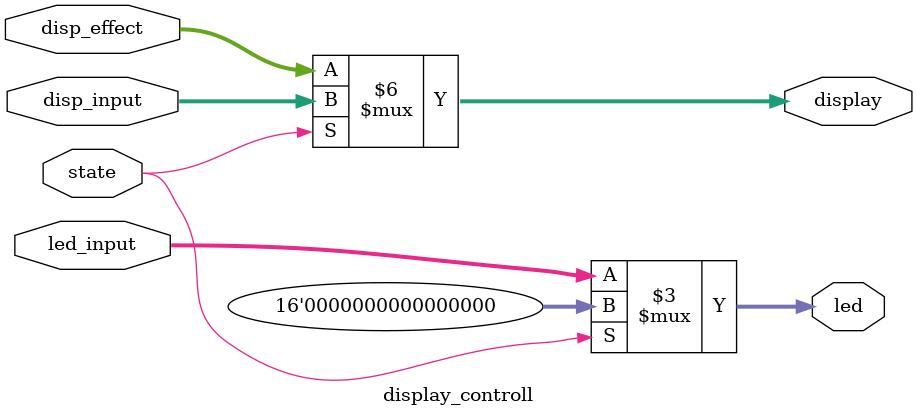
<source format=v>
`timescale 1ns / 1ps
module display_controll(
	disp_effect,
	disp_input,
	led_input,
	display,
	led,
	state
);

	input [15:0] disp_effect, disp_input;
	input [15:0] led_input;
	input state;
	output reg [15:0] display;
	output reg [15:0] led;

	always @*
	begin
		if (state)
		begin
			display = disp_input;
			led = 16'd0;
		end
		else
		begin
			display = disp_effect;
			led = led_input;
		end
	end


endmodule

</source>
